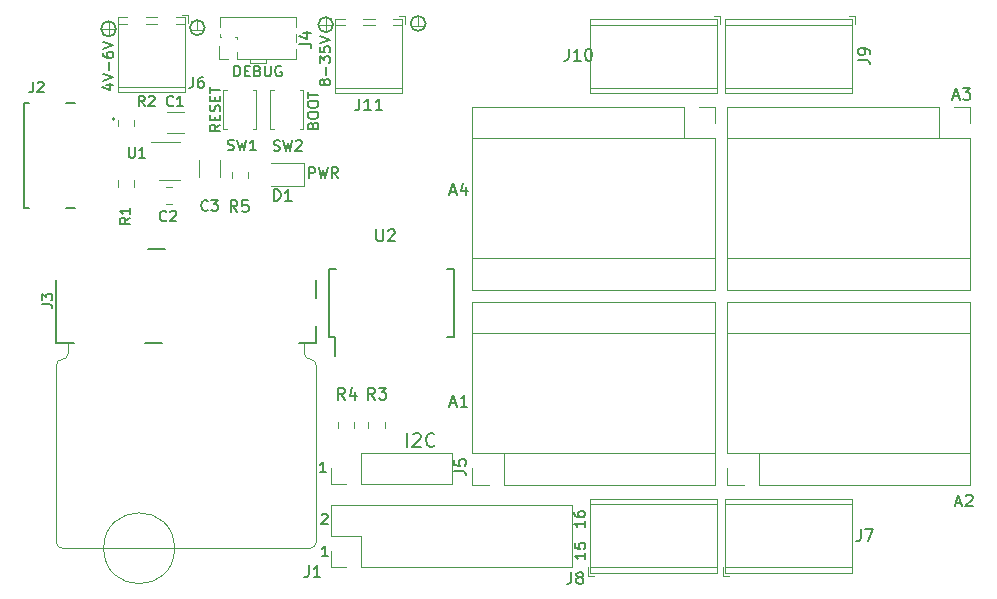
<source format=gto>
%TF.GenerationSoftware,KiCad,Pcbnew,(5.1.8)-1*%
%TF.CreationDate,2020-12-25T17:53:49+01:00*%
%TF.ProjectId,mmStep,6d6d5374-6570-42e6-9b69-6361645f7063,rev?*%
%TF.SameCoordinates,Original*%
%TF.FileFunction,Legend,Top*%
%TF.FilePolarity,Positive*%
%FSLAX46Y46*%
G04 Gerber Fmt 4.6, Leading zero omitted, Abs format (unit mm)*
G04 Created by KiCad (PCBNEW (5.1.8)-1) date 2020-12-25 17:53:49*
%MOMM*%
%LPD*%
G01*
G04 APERTURE LIST*
%ADD10C,0.152400*%
%ADD11C,0.120000*%
%ADD12C,0.127000*%
%ADD13C,0.150000*%
%ADD14C,0.200000*%
G04 APERTURE END LIST*
D10*
X25196800Y-42676233D02*
X25239133Y-42633900D01*
X25323800Y-42591566D01*
X25535466Y-42591566D01*
X25620133Y-42633900D01*
X25662466Y-42676233D01*
X25704800Y-42760900D01*
X25704800Y-42845566D01*
X25662466Y-42972566D01*
X25154466Y-43480566D01*
X25704800Y-43480566D01*
X32463014Y-36889871D02*
X32463014Y-35746871D01*
X32952871Y-35855728D02*
X33007300Y-35801300D01*
X33116157Y-35746871D01*
X33388300Y-35746871D01*
X33497157Y-35801300D01*
X33551585Y-35855728D01*
X33606014Y-35964585D01*
X33606014Y-36073442D01*
X33551585Y-36236728D01*
X32898442Y-36889871D01*
X33606014Y-36889871D01*
X34749014Y-36781014D02*
X34694585Y-36835442D01*
X34531300Y-36889871D01*
X34422442Y-36889871D01*
X34259157Y-36835442D01*
X34150300Y-36726585D01*
X34095871Y-36617728D01*
X34041442Y-36400014D01*
X34041442Y-36236728D01*
X34095871Y-36019014D01*
X34150300Y-35910157D01*
X34259157Y-35801300D01*
X34422442Y-35746871D01*
X34531300Y-35746871D01*
X34694585Y-35801300D01*
X34749014Y-35855728D01*
X25446566Y-6129866D02*
X25404233Y-6214533D01*
X25361900Y-6256866D01*
X25277233Y-6299200D01*
X25234900Y-6299200D01*
X25150233Y-6256866D01*
X25107900Y-6214533D01*
X25065566Y-6129866D01*
X25065566Y-5960533D01*
X25107900Y-5875866D01*
X25150233Y-5833533D01*
X25234900Y-5791200D01*
X25277233Y-5791200D01*
X25361900Y-5833533D01*
X25404233Y-5875866D01*
X25446566Y-5960533D01*
X25446566Y-6129866D01*
X25488900Y-6214533D01*
X25531233Y-6256866D01*
X25615900Y-6299200D01*
X25785233Y-6299200D01*
X25869900Y-6256866D01*
X25912233Y-6214533D01*
X25954566Y-6129866D01*
X25954566Y-5960533D01*
X25912233Y-5875866D01*
X25869900Y-5833533D01*
X25785233Y-5791200D01*
X25615900Y-5791200D01*
X25531233Y-5833533D01*
X25488900Y-5875866D01*
X25446566Y-5960533D01*
X25615900Y-5410200D02*
X25615900Y-4732866D01*
X25065566Y-4394200D02*
X25065566Y-3843866D01*
X25404233Y-4140200D01*
X25404233Y-4013200D01*
X25446566Y-3928533D01*
X25488900Y-3886200D01*
X25573566Y-3843866D01*
X25785233Y-3843866D01*
X25869900Y-3886200D01*
X25912233Y-3928533D01*
X25954566Y-4013200D01*
X25954566Y-4267200D01*
X25912233Y-4351866D01*
X25869900Y-4394200D01*
X25065566Y-3039533D02*
X25065566Y-3462866D01*
X25488900Y-3505200D01*
X25446566Y-3462866D01*
X25404233Y-3378200D01*
X25404233Y-3166533D01*
X25446566Y-3081866D01*
X25488900Y-3039533D01*
X25573566Y-2997200D01*
X25785233Y-2997200D01*
X25869900Y-3039533D01*
X25912233Y-3081866D01*
X25954566Y-3166533D01*
X25954566Y-3378200D01*
X25912233Y-3462866D01*
X25869900Y-3505200D01*
X25065566Y-2743200D02*
X25954566Y-2446866D01*
X25065566Y-2150533D01*
D11*
X24917400Y-1168400D02*
X26187400Y-1168400D01*
D12*
X26187400Y-1168400D02*
G75*
G03*
X26187400Y-1168400I-635000J0D01*
G01*
D11*
X25552400Y-533400D02*
X25552400Y-1778000D01*
X32766000Y-1270000D02*
X33934400Y-1270000D01*
D12*
X34010600Y-1066800D02*
G75*
G03*
X34010600Y-1066800I-635000J0D01*
G01*
D11*
X33375600Y-431800D02*
X33375600Y-1270000D01*
D10*
X25603200Y-39060966D02*
X25095200Y-39060966D01*
X25349200Y-39060966D02*
X25349200Y-38171966D01*
X25264533Y-38298966D01*
X25179866Y-38383633D01*
X25095200Y-38425966D01*
X47493766Y-43196933D02*
X47493766Y-43704933D01*
X47493766Y-43450933D02*
X46604766Y-43450933D01*
X46731766Y-43535600D01*
X46816433Y-43620266D01*
X46858766Y-43704933D01*
X46604766Y-42434933D02*
X46604766Y-42604266D01*
X46647100Y-42688933D01*
X46689433Y-42731266D01*
X46816433Y-42815933D01*
X46985766Y-42858266D01*
X47324433Y-42858266D01*
X47409100Y-42815933D01*
X47451433Y-42773600D01*
X47493766Y-42688933D01*
X47493766Y-42519600D01*
X47451433Y-42434933D01*
X47409100Y-42392600D01*
X47324433Y-42350266D01*
X47112766Y-42350266D01*
X47028100Y-42392600D01*
X46985766Y-42434933D01*
X46943433Y-42519600D01*
X46943433Y-42688933D01*
X46985766Y-42773600D01*
X47028100Y-42815933D01*
X47112766Y-42858266D01*
X47544566Y-45889333D02*
X47544566Y-46397333D01*
X47544566Y-46143333D02*
X46655566Y-46143333D01*
X46782566Y-46228000D01*
X46867233Y-46312666D01*
X46909566Y-46397333D01*
X46655566Y-45085000D02*
X46655566Y-45508333D01*
X47078900Y-45550666D01*
X47036566Y-45508333D01*
X46994233Y-45423666D01*
X46994233Y-45212000D01*
X47036566Y-45127333D01*
X47078900Y-45085000D01*
X47163566Y-45042666D01*
X47375233Y-45042666D01*
X47459900Y-45085000D01*
X47502233Y-45127333D01*
X47544566Y-45212000D01*
X47544566Y-45423666D01*
X47502233Y-45508333D01*
X47459900Y-45550666D01*
X25704800Y-46172966D02*
X25196800Y-46172966D01*
X25450800Y-46172966D02*
X25450800Y-45283966D01*
X25366133Y-45410966D01*
X25281466Y-45495633D01*
X25196800Y-45537966D01*
X24163866Y-14118166D02*
X24163866Y-13229166D01*
X24502533Y-13229166D01*
X24587200Y-13271500D01*
X24629533Y-13313833D01*
X24671866Y-13398500D01*
X24671866Y-13525500D01*
X24629533Y-13610166D01*
X24587200Y-13652500D01*
X24502533Y-13694833D01*
X24163866Y-13694833D01*
X24968200Y-13229166D02*
X25179866Y-14118166D01*
X25349200Y-13483166D01*
X25518533Y-14118166D01*
X25730200Y-13229166D01*
X26576866Y-14118166D02*
X26280533Y-13694833D01*
X26068866Y-14118166D02*
X26068866Y-13229166D01*
X26407533Y-13229166D01*
X26492200Y-13271500D01*
X26534533Y-13313833D01*
X26576866Y-13398500D01*
X26576866Y-13525500D01*
X26534533Y-13610166D01*
X26492200Y-13652500D01*
X26407533Y-13694833D01*
X26068866Y-13694833D01*
D11*
X6527800Y-1524000D02*
X7797800Y-1524000D01*
X7162800Y-889000D02*
X7162800Y-2133600D01*
D12*
X7797800Y-1524000D02*
G75*
G03*
X7797800Y-1524000I-635000J0D01*
G01*
D11*
X14681200Y-787400D02*
X14681200Y-1625600D01*
X14071600Y-1625600D02*
X15240000Y-1625600D01*
D12*
X15316200Y-1422400D02*
G75*
G03*
X15316200Y-1422400I-635000J0D01*
G01*
D10*
X24472900Y-9690100D02*
X24515233Y-9563100D01*
X24557566Y-9520766D01*
X24642233Y-9478433D01*
X24769233Y-9478433D01*
X24853900Y-9520766D01*
X24896233Y-9563100D01*
X24938566Y-9647766D01*
X24938566Y-9986433D01*
X24049566Y-9986433D01*
X24049566Y-9690100D01*
X24091900Y-9605433D01*
X24134233Y-9563100D01*
X24218900Y-9520766D01*
X24303566Y-9520766D01*
X24388233Y-9563100D01*
X24430566Y-9605433D01*
X24472900Y-9690100D01*
X24472900Y-9986433D01*
X24049566Y-8928100D02*
X24049566Y-8758766D01*
X24091900Y-8674100D01*
X24176566Y-8589433D01*
X24345900Y-8547100D01*
X24642233Y-8547100D01*
X24811566Y-8589433D01*
X24896233Y-8674100D01*
X24938566Y-8758766D01*
X24938566Y-8928100D01*
X24896233Y-9012766D01*
X24811566Y-9097433D01*
X24642233Y-9139766D01*
X24345900Y-9139766D01*
X24176566Y-9097433D01*
X24091900Y-9012766D01*
X24049566Y-8928100D01*
X24049566Y-7996766D02*
X24049566Y-7827433D01*
X24091900Y-7742766D01*
X24176566Y-7658100D01*
X24345900Y-7615766D01*
X24642233Y-7615766D01*
X24811566Y-7658100D01*
X24896233Y-7742766D01*
X24938566Y-7827433D01*
X24938566Y-7996766D01*
X24896233Y-8081433D01*
X24811566Y-8166100D01*
X24642233Y-8208433D01*
X24345900Y-8208433D01*
X24176566Y-8166100D01*
X24091900Y-8081433D01*
X24049566Y-7996766D01*
X24049566Y-7361766D02*
X24049566Y-6853766D01*
X24938566Y-7107766D02*
X24049566Y-7107766D01*
X16607366Y-9622366D02*
X16184033Y-9918699D01*
X16607366Y-10130366D02*
X15718366Y-10130366D01*
X15718366Y-9791699D01*
X15760700Y-9707033D01*
X15803033Y-9664699D01*
X15887700Y-9622366D01*
X16014700Y-9622366D01*
X16099366Y-9664699D01*
X16141700Y-9707033D01*
X16184033Y-9791699D01*
X16184033Y-10130366D01*
X16141700Y-9241366D02*
X16141700Y-8945033D01*
X16607366Y-8818033D02*
X16607366Y-9241366D01*
X15718366Y-9241366D01*
X15718366Y-8818033D01*
X16565033Y-8479366D02*
X16607366Y-8352366D01*
X16607366Y-8140700D01*
X16565033Y-8056033D01*
X16522700Y-8013700D01*
X16438033Y-7971366D01*
X16353366Y-7971366D01*
X16268700Y-8013700D01*
X16226366Y-8056033D01*
X16184033Y-8140700D01*
X16141700Y-8310033D01*
X16099366Y-8394700D01*
X16057033Y-8437033D01*
X15972366Y-8479366D01*
X15887700Y-8479366D01*
X15803033Y-8437033D01*
X15760700Y-8394700D01*
X15718366Y-8310033D01*
X15718366Y-8098366D01*
X15760700Y-7971366D01*
X16141700Y-7590366D02*
X16141700Y-7294033D01*
X16607366Y-7167033D02*
X16607366Y-7590366D01*
X15718366Y-7590366D01*
X15718366Y-7167033D01*
X15718366Y-6913033D02*
X15718366Y-6405033D01*
X16607366Y-6659033D02*
X15718366Y-6659033D01*
D11*
X20523200Y-4419600D02*
X20523200Y-4114800D01*
X19151600Y-4419600D02*
X20523200Y-4419600D01*
X19151600Y-4114800D02*
X19151600Y-4419600D01*
D10*
X6972300Y-6239933D02*
X7564966Y-6239933D01*
X6633633Y-6451600D02*
X7268633Y-6663266D01*
X7268633Y-6112933D01*
X6675966Y-5901266D02*
X7564966Y-5604933D01*
X6675966Y-5308600D01*
X7226300Y-5012266D02*
X7226300Y-4334933D01*
X6675966Y-3530600D02*
X6675966Y-3699933D01*
X6718300Y-3784600D01*
X6760633Y-3826933D01*
X6887633Y-3911600D01*
X7056966Y-3953933D01*
X7395633Y-3953933D01*
X7480300Y-3911600D01*
X7522633Y-3869266D01*
X7564966Y-3784600D01*
X7564966Y-3615266D01*
X7522633Y-3530600D01*
X7480300Y-3488266D01*
X7395633Y-3445933D01*
X7183966Y-3445933D01*
X7099300Y-3488266D01*
X7056966Y-3530600D01*
X7014633Y-3615266D01*
X7014633Y-3784600D01*
X7056966Y-3869266D01*
X7099300Y-3911600D01*
X7183966Y-3953933D01*
X6675966Y-3191933D02*
X7564966Y-2895600D01*
X6675966Y-2599266D01*
D13*
X17822333Y-5532966D02*
X17822333Y-4643966D01*
X18034000Y-4643966D01*
X18161000Y-4686300D01*
X18245666Y-4770966D01*
X18288000Y-4855633D01*
X18330333Y-5024966D01*
X18330333Y-5151966D01*
X18288000Y-5321300D01*
X18245666Y-5405966D01*
X18161000Y-5490633D01*
X18034000Y-5532966D01*
X17822333Y-5532966D01*
X18711333Y-5067300D02*
X19007666Y-5067300D01*
X19134666Y-5532966D02*
X18711333Y-5532966D01*
X18711333Y-4643966D01*
X19134666Y-4643966D01*
X19812000Y-5067300D02*
X19939000Y-5109633D01*
X19981333Y-5151966D01*
X20023666Y-5236633D01*
X20023666Y-5363633D01*
X19981333Y-5448300D01*
X19939000Y-5490633D01*
X19854333Y-5532966D01*
X19515666Y-5532966D01*
X19515666Y-4643966D01*
X19812000Y-4643966D01*
X19896666Y-4686300D01*
X19939000Y-4728633D01*
X19981333Y-4813300D01*
X19981333Y-4897966D01*
X19939000Y-4982633D01*
X19896666Y-5024966D01*
X19812000Y-5067300D01*
X19515666Y-5067300D01*
X20404666Y-4643966D02*
X20404666Y-5363633D01*
X20447000Y-5448300D01*
X20489333Y-5490633D01*
X20574000Y-5532966D01*
X20743333Y-5532966D01*
X20828000Y-5490633D01*
X20870333Y-5448300D01*
X20912666Y-5363633D01*
X20912666Y-4643966D01*
X21801666Y-4686300D02*
X21717000Y-4643966D01*
X21590000Y-4643966D01*
X21463000Y-4686300D01*
X21378333Y-4770966D01*
X21336000Y-4855633D01*
X21293666Y-5024966D01*
X21293666Y-5151966D01*
X21336000Y-5321300D01*
X21378333Y-5405966D01*
X21463000Y-5490633D01*
X21590000Y-5532966D01*
X21674666Y-5532966D01*
X21801666Y-5490633D01*
X21844000Y-5448300D01*
X21844000Y-5151966D01*
X21674666Y-5151966D01*
D11*
%TO.C,A4*%
X58550000Y-23625000D02*
X58550000Y-10795000D01*
X37970000Y-23625000D02*
X58550000Y-23625000D01*
X37970000Y-8125000D02*
X37970000Y-23625000D01*
X55880000Y-8125000D02*
X37970000Y-8125000D01*
X55880000Y-10795000D02*
X55880000Y-8125000D01*
X58550000Y-10795000D02*
X55880000Y-10795000D01*
X58550000Y-8125000D02*
X57150000Y-8125000D01*
X58550000Y-9525000D02*
X58550000Y-8125000D01*
X55880000Y-10795000D02*
X37970000Y-10795000D01*
X58550000Y-20955000D02*
X37970000Y-20955000D01*
%TO.C,A3*%
X80140000Y-23625000D02*
X80140000Y-10795000D01*
X59560000Y-23625000D02*
X80140000Y-23625000D01*
X59560000Y-8125000D02*
X59560000Y-23625000D01*
X77470000Y-8125000D02*
X59560000Y-8125000D01*
X77470000Y-10795000D02*
X77470000Y-8125000D01*
X80140000Y-10795000D02*
X77470000Y-10795000D01*
X80140000Y-8125000D02*
X78740000Y-8125000D01*
X80140000Y-9525000D02*
X80140000Y-8125000D01*
X77470000Y-10795000D02*
X59560000Y-10795000D01*
X80140000Y-20955000D02*
X59560000Y-20955000D01*
%TO.C,A1*%
X37970000Y-24635000D02*
X37970000Y-37465000D01*
X58550000Y-24635000D02*
X37970000Y-24635000D01*
X58550000Y-40135000D02*
X58550000Y-24635000D01*
X40640000Y-40135000D02*
X58550000Y-40135000D01*
X40640000Y-37465000D02*
X40640000Y-40135000D01*
X37970000Y-37465000D02*
X40640000Y-37465000D01*
X37970000Y-40135000D02*
X39370000Y-40135000D01*
X37970000Y-38735000D02*
X37970000Y-40135000D01*
X40640000Y-37465000D02*
X58550000Y-37465000D01*
X37970000Y-27305000D02*
X58550000Y-27305000D01*
%TO.C,A2*%
X59560000Y-24635000D02*
X59560000Y-37465000D01*
X80140000Y-24635000D02*
X59560000Y-24635000D01*
X80140000Y-40135000D02*
X80140000Y-24635000D01*
X62230000Y-40135000D02*
X80140000Y-40135000D01*
X62230000Y-37465000D02*
X62230000Y-40135000D01*
X59560000Y-37465000D02*
X62230000Y-37465000D01*
X59560000Y-40135000D02*
X60960000Y-40135000D01*
X59560000Y-38735000D02*
X59560000Y-40135000D01*
X62230000Y-37465000D02*
X80140000Y-37465000D01*
X59560000Y-27305000D02*
X80140000Y-27305000D01*
%TO.C,J3*%
X2753600Y-45000000D02*
X2753600Y-30000000D01*
X23753600Y-29000000D02*
X23753600Y-28100000D01*
X24753600Y-45000000D02*
X24753600Y-30000000D01*
X3253600Y-45500000D02*
X24253600Y-45500000D01*
X12753600Y-45500000D02*
G75*
G03*
X12753600Y-45500000I-3000000J0D01*
G01*
X3753600Y-29000000D02*
X3753600Y-28100000D01*
D13*
X2753600Y-28105000D02*
X2753600Y-22755000D01*
X23278600Y-28105000D02*
X24753600Y-28105000D01*
X10278600Y-28105000D02*
X11728600Y-28105000D01*
X2753600Y-28105000D02*
X4228600Y-28105000D01*
X24753600Y-24330000D02*
X24753600Y-22755000D01*
X24753600Y-28105000D02*
X24753600Y-26680000D01*
X10528600Y-20155000D02*
X11978600Y-20155000D01*
D11*
X3753600Y-29000000D02*
G75*
G02*
X3253600Y-29500000I-500000J0D01*
G01*
X2753600Y-30000000D02*
G75*
G02*
X3253600Y-29500000I500000J0D01*
G01*
X24253600Y-29500000D02*
G75*
G02*
X23753600Y-29000000I0J500000D01*
G01*
X24253600Y-29500000D02*
G75*
G02*
X24753600Y-30000000I0J-500000D01*
G01*
X3253600Y-45500000D02*
G75*
G02*
X2753600Y-45000000I0J500000D01*
G01*
X24753600Y-45000000D02*
G75*
G02*
X24253600Y-45500000I-500000J0D01*
G01*
%TO.C,R4*%
X27989600Y-35322252D02*
X27989600Y-34799748D01*
X26569600Y-35322252D02*
X26569600Y-34799748D01*
%TO.C,R3*%
X30580400Y-35322252D02*
X30580400Y-34799748D01*
X29160400Y-35322252D02*
X29160400Y-34799748D01*
%TO.C,J5*%
X25975000Y-40065000D02*
X25975000Y-38735000D01*
X27305000Y-40065000D02*
X25975000Y-40065000D01*
X28575000Y-40065000D02*
X28575000Y-37405000D01*
X28575000Y-37405000D02*
X36255000Y-37405000D01*
X28575000Y-40065000D02*
X36255000Y-40065000D01*
X36255000Y-40065000D02*
X36255000Y-37405000D01*
%TO.C,J1*%
X25975000Y-47050000D02*
X25975000Y-45720000D01*
X27305000Y-47050000D02*
X25975000Y-47050000D01*
X25975000Y-44450000D02*
X25975000Y-41850000D01*
X28575000Y-44450000D02*
X25975000Y-44450000D01*
X28575000Y-47050000D02*
X28575000Y-44450000D01*
X25975000Y-41850000D02*
X46415000Y-41850000D01*
X28575000Y-47050000D02*
X46415000Y-47050000D01*
X46415000Y-47050000D02*
X46415000Y-41850000D01*
D13*
%TO.C,U2*%
X25790000Y-27640000D02*
X26365000Y-27640000D01*
X25790000Y-21890000D02*
X26440000Y-21890000D01*
X36440000Y-21890000D02*
X35790000Y-21890000D01*
X36440000Y-27640000D02*
X35790000Y-27640000D01*
X25790000Y-27640000D02*
X25790000Y-21890000D01*
X36440000Y-27640000D02*
X36440000Y-21890000D01*
X26365000Y-27640000D02*
X26365000Y-29240000D01*
D11*
%TO.C,J11*%
X32040000Y-1210000D02*
X31270000Y-1210000D01*
X29690000Y-1210000D02*
X28730000Y-1210000D01*
X27150000Y-1210000D02*
X26380000Y-1210000D01*
X32040000Y-6510000D02*
X26380000Y-6510000D01*
X32040000Y-6970000D02*
X26380000Y-6970000D01*
X32040000Y-650000D02*
X31270000Y-650000D01*
X29690000Y-650000D02*
X28730000Y-650000D01*
X27150000Y-650000D02*
X26380000Y-650000D01*
X32040000Y-6970000D02*
X32040000Y-650000D01*
X26380000Y-6970000D02*
X26380000Y-650000D01*
X32280000Y-1150000D02*
X32280000Y-410000D01*
X32280000Y-410000D02*
X31780000Y-410000D01*
%TO.C,J9*%
X70140000Y-1210000D02*
X59400000Y-1210000D01*
X70140000Y-6510000D02*
X59400000Y-6510000D01*
X70140000Y-6970000D02*
X59400000Y-6970000D01*
X70140000Y-650000D02*
X59400000Y-650000D01*
X70140000Y-6970000D02*
X70140000Y-650000D01*
X59400000Y-6970000D02*
X59400000Y-650000D01*
X70380000Y-1150000D02*
X70380000Y-410000D01*
X70380000Y-410000D02*
X69880000Y-410000D01*
%TO.C,J10*%
X58710000Y-1210000D02*
X47970000Y-1210000D01*
X58710000Y-6510000D02*
X47970000Y-6510000D01*
X58710000Y-6970000D02*
X47970000Y-6970000D01*
X58710000Y-650000D02*
X47970000Y-650000D01*
X58710000Y-6970000D02*
X58710000Y-650000D01*
X47970000Y-6970000D02*
X47970000Y-650000D01*
X58950000Y-1150000D02*
X58950000Y-410000D01*
X58950000Y-410000D02*
X58450000Y-410000D01*
%TO.C,J8*%
X47970000Y-47050000D02*
X58710000Y-47050000D01*
X47970000Y-41750000D02*
X58710000Y-41750000D01*
X47970000Y-41290000D02*
X58710000Y-41290000D01*
X47970000Y-47610000D02*
X58710000Y-47610000D01*
X47970000Y-41290000D02*
X47970000Y-47610000D01*
X58710000Y-41290000D02*
X58710000Y-47610000D01*
X47730000Y-47110000D02*
X47730000Y-47850000D01*
X47730000Y-47850000D02*
X48230000Y-47850000D01*
%TO.C,J7*%
X59400000Y-47050000D02*
X70140000Y-47050000D01*
X59400000Y-41750000D02*
X70140000Y-41750000D01*
X59400000Y-41290000D02*
X70140000Y-41290000D01*
X59400000Y-47610000D02*
X70140000Y-47610000D01*
X59400000Y-41290000D02*
X59400000Y-47610000D01*
X70140000Y-41290000D02*
X70140000Y-47610000D01*
X59160000Y-47110000D02*
X59160000Y-47850000D01*
X59160000Y-47850000D02*
X59660000Y-47850000D01*
D12*
%TO.C,J2*%
X4295000Y-16720000D02*
X3530000Y-16720000D01*
X470000Y-16720000D02*
X50000Y-16720000D01*
X50000Y-16720000D02*
X50000Y-7780000D01*
X50000Y-7780000D02*
X470000Y-7780000D01*
X4295000Y-7780000D02*
X3530000Y-7780000D01*
D14*
X7700000Y-9150000D02*
G75*
G03*
X7700000Y-9150000I-100000J0D01*
G01*
D11*
%TO.C,R5*%
X18998000Y-13607148D02*
X18998000Y-14129652D01*
X17578000Y-13607148D02*
X17578000Y-14129652D01*
%TO.C,D1*%
X20894800Y-14828400D02*
X23754800Y-14828400D01*
X23754800Y-14828400D02*
X23754800Y-12908400D01*
X23754800Y-12908400D02*
X20894800Y-12908400D01*
%TO.C,SW2*%
X20850400Y-6732000D02*
X21150400Y-6732000D01*
X20850400Y-10032000D02*
X20850400Y-6732000D01*
X21150400Y-10032000D02*
X20850400Y-10032000D01*
X23650400Y-6732000D02*
X23350400Y-6732000D01*
X23650400Y-10032000D02*
X23650400Y-6732000D01*
X23350400Y-10032000D02*
X23650400Y-10032000D01*
%TO.C,SW1*%
X16888000Y-6708400D02*
X17188000Y-6708400D01*
X16888000Y-10008400D02*
X16888000Y-6708400D01*
X17188000Y-10008400D02*
X16888000Y-10008400D01*
X19688000Y-6708400D02*
X19388000Y-6708400D01*
X19688000Y-10008400D02*
X19688000Y-6708400D01*
X19388000Y-10008400D02*
X19688000Y-10008400D01*
%TO.C,J4*%
X16512000Y-4076400D02*
X16512000Y-2946400D01*
X17272000Y-4076400D02*
X16512000Y-4076400D01*
X16577000Y-1368870D02*
X16577000Y-546400D01*
X16577000Y-2186400D02*
X16577000Y-1983930D01*
X16708529Y-2186400D02*
X16577000Y-2186400D01*
X17978529Y-2186400D02*
X17835471Y-2186400D01*
X18032000Y-2382929D02*
X18032000Y-2239871D01*
X18032000Y-4076400D02*
X18032000Y-3509871D01*
X16577000Y-546400D02*
X23047000Y-546400D01*
X18032000Y-4076400D02*
X23047000Y-4076400D01*
X23047000Y-2638870D02*
X23047000Y-1983930D01*
X23047000Y-1368870D02*
X23047000Y-546400D01*
X23047000Y-4076400D02*
X23047000Y-3253930D01*
%TO.C,R2*%
X9360000Y-9736252D02*
X9360000Y-9213748D01*
X7940000Y-9736252D02*
X7940000Y-9213748D01*
%TO.C,R1*%
X7940000Y-14360148D02*
X7940000Y-14882652D01*
X9360000Y-14360148D02*
X9360000Y-14882652D01*
%TO.C,J6*%
X13890400Y-308400D02*
X13390400Y-308400D01*
X13890400Y-1048400D02*
X13890400Y-308400D01*
X7990400Y-6868400D02*
X7990400Y-548400D01*
X13650400Y-6868400D02*
X13650400Y-548400D01*
X8760400Y-548400D02*
X7990400Y-548400D01*
X11300400Y-548400D02*
X10340400Y-548400D01*
X13650400Y-548400D02*
X12880400Y-548400D01*
X13650400Y-6868400D02*
X7990400Y-6868400D01*
X13650400Y-6408400D02*
X7990400Y-6408400D01*
X8760400Y-1108400D02*
X7990400Y-1108400D01*
X11300400Y-1108400D02*
X10340400Y-1108400D01*
X13650400Y-1108400D02*
X12880400Y-1108400D01*
%TO.C,U1*%
X13244400Y-11074000D02*
X10794400Y-11074000D01*
X11444400Y-14294000D02*
X13244400Y-14294000D01*
%TO.C,C3*%
X14787200Y-12633148D02*
X14787200Y-14055652D01*
X16607200Y-12633148D02*
X16607200Y-14055652D01*
%TO.C,C2*%
X12554852Y-14920400D02*
X12032348Y-14920400D01*
X12554852Y-16340400D02*
X12032348Y-16340400D01*
%TO.C,C1*%
X12102648Y-10358800D02*
X13525152Y-10358800D01*
X12102648Y-8538800D02*
X13525152Y-8538800D01*
%TO.C,A4*%
D13*
X36115714Y-15305066D02*
X36591904Y-15305066D01*
X36020476Y-15590780D02*
X36353809Y-14590780D01*
X36687142Y-15590780D01*
X37449047Y-14924114D02*
X37449047Y-15590780D01*
X37210952Y-14543161D02*
X36972857Y-15257447D01*
X37591904Y-15257447D01*
%TO.C,A3*%
X78686114Y-7227866D02*
X79162304Y-7227866D01*
X78590876Y-7513580D02*
X78924209Y-6513580D01*
X79257542Y-7513580D01*
X79495638Y-6513580D02*
X80114685Y-6513580D01*
X79781352Y-6894533D01*
X79924209Y-6894533D01*
X80019447Y-6942152D01*
X80067066Y-6989771D01*
X80114685Y-7085009D01*
X80114685Y-7323104D01*
X80067066Y-7418342D01*
X80019447Y-7465961D01*
X79924209Y-7513580D01*
X79638495Y-7513580D01*
X79543257Y-7465961D01*
X79495638Y-7418342D01*
%TO.C,A1*%
X36115714Y-33237466D02*
X36591904Y-33237466D01*
X36020476Y-33523180D02*
X36353809Y-32523180D01*
X36687142Y-33523180D01*
X37544285Y-33523180D02*
X36972857Y-33523180D01*
X37258571Y-33523180D02*
X37258571Y-32523180D01*
X37163333Y-32666038D01*
X37068095Y-32761276D01*
X36972857Y-32808895D01*
%TO.C,A2*%
X78889314Y-41670266D02*
X79365504Y-41670266D01*
X78794076Y-41955980D02*
X79127409Y-40955980D01*
X79460742Y-41955980D01*
X79746457Y-41051219D02*
X79794076Y-41003600D01*
X79889314Y-40955980D01*
X80127409Y-40955980D01*
X80222647Y-41003600D01*
X80270266Y-41051219D01*
X80317885Y-41146457D01*
X80317885Y-41241695D01*
X80270266Y-41384552D01*
X79698838Y-41955980D01*
X80317885Y-41955980D01*
%TO.C,J3*%
D10*
X1494366Y-24835273D02*
X2129366Y-24835273D01*
X2256366Y-24877606D01*
X2341033Y-24962273D01*
X2383366Y-25089273D01*
X2383366Y-25173940D01*
X1494366Y-24496606D02*
X1494366Y-23946273D01*
X1833033Y-24242606D01*
X1833033Y-24115606D01*
X1875366Y-24030940D01*
X1917700Y-23988606D01*
X2002366Y-23946273D01*
X2214033Y-23946273D01*
X2298700Y-23988606D01*
X2341033Y-24030940D01*
X2383366Y-24115606D01*
X2383366Y-24369606D01*
X2341033Y-24454273D01*
X2298700Y-24496606D01*
%TO.C,R4*%
D13*
X27189133Y-32906180D02*
X26855800Y-32429990D01*
X26617704Y-32906180D02*
X26617704Y-31906180D01*
X26998657Y-31906180D01*
X27093895Y-31953800D01*
X27141514Y-32001419D01*
X27189133Y-32096657D01*
X27189133Y-32239514D01*
X27141514Y-32334752D01*
X27093895Y-32382371D01*
X26998657Y-32429990D01*
X26617704Y-32429990D01*
X28046276Y-32239514D02*
X28046276Y-32906180D01*
X27808180Y-31858561D02*
X27570085Y-32572847D01*
X28189133Y-32572847D01*
%TO.C,R3*%
X29729133Y-32906180D02*
X29395800Y-32429990D01*
X29157704Y-32906180D02*
X29157704Y-31906180D01*
X29538657Y-31906180D01*
X29633895Y-31953800D01*
X29681514Y-32001419D01*
X29729133Y-32096657D01*
X29729133Y-32239514D01*
X29681514Y-32334752D01*
X29633895Y-32382371D01*
X29538657Y-32429990D01*
X29157704Y-32429990D01*
X30062466Y-31906180D02*
X30681514Y-31906180D01*
X30348180Y-32287133D01*
X30491038Y-32287133D01*
X30586276Y-32334752D01*
X30633895Y-32382371D01*
X30681514Y-32477609D01*
X30681514Y-32715704D01*
X30633895Y-32810942D01*
X30586276Y-32858561D01*
X30491038Y-32906180D01*
X30205323Y-32906180D01*
X30110085Y-32858561D01*
X30062466Y-32810942D01*
%TO.C,J5*%
X36434780Y-38941333D02*
X37149066Y-38941333D01*
X37291923Y-38988952D01*
X37387161Y-39084190D01*
X37434780Y-39227047D01*
X37434780Y-39322285D01*
X36434780Y-37988952D02*
X36434780Y-38465142D01*
X36910971Y-38512761D01*
X36863352Y-38465142D01*
X36815733Y-38369904D01*
X36815733Y-38131809D01*
X36863352Y-38036571D01*
X36910971Y-37988952D01*
X37006209Y-37941333D01*
X37244304Y-37941333D01*
X37339542Y-37988952D01*
X37387161Y-38036571D01*
X37434780Y-38131809D01*
X37434780Y-38369904D01*
X37387161Y-38465142D01*
X37339542Y-38512761D01*
%TO.C,J1*%
X24101466Y-46950380D02*
X24101466Y-47664666D01*
X24053847Y-47807523D01*
X23958609Y-47902761D01*
X23815752Y-47950380D01*
X23720514Y-47950380D01*
X25101466Y-47950380D02*
X24530038Y-47950380D01*
X24815752Y-47950380D02*
X24815752Y-46950380D01*
X24720514Y-47093238D01*
X24625276Y-47188476D01*
X24530038Y-47236095D01*
%TO.C,U2*%
X29845095Y-18502380D02*
X29845095Y-19311904D01*
X29892714Y-19407142D01*
X29940333Y-19454761D01*
X30035571Y-19502380D01*
X30226047Y-19502380D01*
X30321285Y-19454761D01*
X30368904Y-19407142D01*
X30416523Y-19311904D01*
X30416523Y-18502380D01*
X30845095Y-18597619D02*
X30892714Y-18550000D01*
X30987952Y-18502380D01*
X31226047Y-18502380D01*
X31321285Y-18550000D01*
X31368904Y-18597619D01*
X31416523Y-18692857D01*
X31416523Y-18788095D01*
X31368904Y-18930952D01*
X30797476Y-19502380D01*
X31416523Y-19502380D01*
%TO.C,J11*%
X28400476Y-7422380D02*
X28400476Y-8136666D01*
X28352857Y-8279523D01*
X28257619Y-8374761D01*
X28114761Y-8422380D01*
X28019523Y-8422380D01*
X29400476Y-8422380D02*
X28829047Y-8422380D01*
X29114761Y-8422380D02*
X29114761Y-7422380D01*
X29019523Y-7565238D01*
X28924285Y-7660476D01*
X28829047Y-7708095D01*
X30352857Y-8422380D02*
X29781428Y-8422380D01*
X30067142Y-8422380D02*
X30067142Y-7422380D01*
X29971904Y-7565238D01*
X29876666Y-7660476D01*
X29781428Y-7708095D01*
%TO.C,J9*%
X70623180Y-4143333D02*
X71337466Y-4143333D01*
X71480323Y-4190952D01*
X71575561Y-4286190D01*
X71623180Y-4429047D01*
X71623180Y-4524285D01*
X71623180Y-3619523D02*
X71623180Y-3429047D01*
X71575561Y-3333809D01*
X71527942Y-3286190D01*
X71385085Y-3190952D01*
X71194609Y-3143333D01*
X70813657Y-3143333D01*
X70718419Y-3190952D01*
X70670800Y-3238571D01*
X70623180Y-3333809D01*
X70623180Y-3524285D01*
X70670800Y-3619523D01*
X70718419Y-3667142D01*
X70813657Y-3714761D01*
X71051752Y-3714761D01*
X71146990Y-3667142D01*
X71194609Y-3619523D01*
X71242228Y-3524285D01*
X71242228Y-3333809D01*
X71194609Y-3238571D01*
X71146990Y-3190952D01*
X71051752Y-3143333D01*
%TO.C,J10*%
X46129676Y-3211580D02*
X46129676Y-3925866D01*
X46082057Y-4068723D01*
X45986819Y-4163961D01*
X45843961Y-4211580D01*
X45748723Y-4211580D01*
X47129676Y-4211580D02*
X46558247Y-4211580D01*
X46843961Y-4211580D02*
X46843961Y-3211580D01*
X46748723Y-3354438D01*
X46653485Y-3449676D01*
X46558247Y-3497295D01*
X47748723Y-3211580D02*
X47843961Y-3211580D01*
X47939200Y-3259200D01*
X47986819Y-3306819D01*
X48034438Y-3402057D01*
X48082057Y-3592533D01*
X48082057Y-3830628D01*
X48034438Y-4021104D01*
X47986819Y-4116342D01*
X47939200Y-4163961D01*
X47843961Y-4211580D01*
X47748723Y-4211580D01*
X47653485Y-4163961D01*
X47605866Y-4116342D01*
X47558247Y-4021104D01*
X47510628Y-3830628D01*
X47510628Y-3592533D01*
X47558247Y-3402057D01*
X47605866Y-3306819D01*
X47653485Y-3259200D01*
X47748723Y-3211580D01*
%TO.C,J8*%
X46351866Y-47509180D02*
X46351866Y-48223466D01*
X46304247Y-48366323D01*
X46209009Y-48461561D01*
X46066152Y-48509180D01*
X45970914Y-48509180D01*
X46970914Y-47937752D02*
X46875676Y-47890133D01*
X46828057Y-47842514D01*
X46780438Y-47747276D01*
X46780438Y-47699657D01*
X46828057Y-47604419D01*
X46875676Y-47556800D01*
X46970914Y-47509180D01*
X47161390Y-47509180D01*
X47256628Y-47556800D01*
X47304247Y-47604419D01*
X47351866Y-47699657D01*
X47351866Y-47747276D01*
X47304247Y-47842514D01*
X47256628Y-47890133D01*
X47161390Y-47937752D01*
X46970914Y-47937752D01*
X46875676Y-47985371D01*
X46828057Y-48032990D01*
X46780438Y-48128228D01*
X46780438Y-48318704D01*
X46828057Y-48413942D01*
X46875676Y-48461561D01*
X46970914Y-48509180D01*
X47161390Y-48509180D01*
X47256628Y-48461561D01*
X47304247Y-48413942D01*
X47351866Y-48318704D01*
X47351866Y-48128228D01*
X47304247Y-48032990D01*
X47256628Y-47985371D01*
X47161390Y-47937752D01*
%TO.C,J7*%
X70837466Y-43902380D02*
X70837466Y-44616666D01*
X70789847Y-44759523D01*
X70694609Y-44854761D01*
X70551752Y-44902380D01*
X70456514Y-44902380D01*
X71218419Y-43902380D02*
X71885085Y-43902380D01*
X71456514Y-44902380D01*
%TO.C,J2*%
D10*
X770466Y-6015566D02*
X770466Y-6650566D01*
X728133Y-6777566D01*
X643466Y-6862233D01*
X516466Y-6904566D01*
X431800Y-6904566D01*
X1151466Y-6100233D02*
X1193800Y-6057900D01*
X1278466Y-6015566D01*
X1490133Y-6015566D01*
X1574800Y-6057900D01*
X1617133Y-6100233D01*
X1659466Y-6184900D01*
X1659466Y-6269566D01*
X1617133Y-6396566D01*
X1109133Y-6904566D01*
X1659466Y-6904566D01*
%TO.C,R5*%
D13*
X18070533Y-17013180D02*
X17737200Y-16536990D01*
X17499104Y-17013180D02*
X17499104Y-16013180D01*
X17880057Y-16013180D01*
X17975295Y-16060800D01*
X18022914Y-16108419D01*
X18070533Y-16203657D01*
X18070533Y-16346514D01*
X18022914Y-16441752D01*
X17975295Y-16489371D01*
X17880057Y-16536990D01*
X17499104Y-16536990D01*
X18975295Y-16013180D02*
X18499104Y-16013180D01*
X18451485Y-16489371D01*
X18499104Y-16441752D01*
X18594342Y-16394133D01*
X18832438Y-16394133D01*
X18927676Y-16441752D01*
X18975295Y-16489371D01*
X19022914Y-16584609D01*
X19022914Y-16822704D01*
X18975295Y-16917942D01*
X18927676Y-16965561D01*
X18832438Y-17013180D01*
X18594342Y-17013180D01*
X18499104Y-16965561D01*
X18451485Y-16917942D01*
%TO.C,D1*%
X21156704Y-16098780D02*
X21156704Y-15098780D01*
X21394800Y-15098780D01*
X21537657Y-15146400D01*
X21632895Y-15241638D01*
X21680514Y-15336876D01*
X21728133Y-15527352D01*
X21728133Y-15670209D01*
X21680514Y-15860685D01*
X21632895Y-15955923D01*
X21537657Y-16051161D01*
X21394800Y-16098780D01*
X21156704Y-16098780D01*
X22680514Y-16098780D02*
X22109085Y-16098780D01*
X22394800Y-16098780D02*
X22394800Y-15098780D01*
X22299561Y-15241638D01*
X22204323Y-15336876D01*
X22109085Y-15384495D01*
%TO.C,SW2*%
D10*
X21166666Y-11789833D02*
X21293666Y-11832166D01*
X21505333Y-11832166D01*
X21590000Y-11789833D01*
X21632333Y-11747500D01*
X21674666Y-11662833D01*
X21674666Y-11578166D01*
X21632333Y-11493500D01*
X21590000Y-11451166D01*
X21505333Y-11408833D01*
X21336000Y-11366500D01*
X21251333Y-11324166D01*
X21209000Y-11281833D01*
X21166666Y-11197166D01*
X21166666Y-11112500D01*
X21209000Y-11027833D01*
X21251333Y-10985500D01*
X21336000Y-10943166D01*
X21547666Y-10943166D01*
X21674666Y-10985500D01*
X21971000Y-10943166D02*
X22182666Y-11832166D01*
X22352000Y-11197166D01*
X22521333Y-11832166D01*
X22733000Y-10943166D01*
X23029333Y-11027833D02*
X23071666Y-10985500D01*
X23156333Y-10943166D01*
X23368000Y-10943166D01*
X23452666Y-10985500D01*
X23495000Y-11027833D01*
X23537333Y-11112500D01*
X23537333Y-11197166D01*
X23495000Y-11324166D01*
X22987000Y-11832166D01*
X23537333Y-11832166D01*
%TO.C,SW1*%
X17255066Y-11739033D02*
X17382066Y-11781366D01*
X17593733Y-11781366D01*
X17678400Y-11739033D01*
X17720733Y-11696700D01*
X17763066Y-11612033D01*
X17763066Y-11527366D01*
X17720733Y-11442700D01*
X17678400Y-11400366D01*
X17593733Y-11358033D01*
X17424400Y-11315700D01*
X17339733Y-11273366D01*
X17297400Y-11231033D01*
X17255066Y-11146366D01*
X17255066Y-11061700D01*
X17297400Y-10977033D01*
X17339733Y-10934700D01*
X17424400Y-10892366D01*
X17636066Y-10892366D01*
X17763066Y-10934700D01*
X18059400Y-10892366D02*
X18271066Y-11781366D01*
X18440400Y-11146366D01*
X18609733Y-11781366D01*
X18821400Y-10892366D01*
X19625733Y-11781366D02*
X19117733Y-11781366D01*
X19371733Y-11781366D02*
X19371733Y-10892366D01*
X19287066Y-11019366D01*
X19202400Y-11104033D01*
X19117733Y-11146366D01*
%TO.C,J4*%
D13*
X23328380Y-2771733D02*
X24042666Y-2771733D01*
X24185523Y-2819352D01*
X24280761Y-2914590D01*
X24328380Y-3057447D01*
X24328380Y-3152685D01*
X23661714Y-1866971D02*
X24328380Y-1866971D01*
X23280761Y-2105066D02*
X23995047Y-2343161D01*
X23995047Y-1724114D01*
%TO.C,R2*%
D10*
X10215033Y-8072966D02*
X9918700Y-7649633D01*
X9707033Y-8072966D02*
X9707033Y-7183966D01*
X10045700Y-7183966D01*
X10130366Y-7226300D01*
X10172700Y-7268633D01*
X10215033Y-7353300D01*
X10215033Y-7480300D01*
X10172700Y-7564966D01*
X10130366Y-7607300D01*
X10045700Y-7649633D01*
X9707033Y-7649633D01*
X10553700Y-7268633D02*
X10596033Y-7226300D01*
X10680700Y-7183966D01*
X10892366Y-7183966D01*
X10977033Y-7226300D01*
X11019366Y-7268633D01*
X11061700Y-7353300D01*
X11061700Y-7437966D01*
X11019366Y-7564966D01*
X10511366Y-8072966D01*
X11061700Y-8072966D01*
%TO.C,R1*%
X8987366Y-17521766D02*
X8564033Y-17818100D01*
X8987366Y-18029766D02*
X8098366Y-18029766D01*
X8098366Y-17691100D01*
X8140700Y-17606433D01*
X8183033Y-17564100D01*
X8267700Y-17521766D01*
X8394700Y-17521766D01*
X8479366Y-17564100D01*
X8521700Y-17606433D01*
X8564033Y-17691100D01*
X8564033Y-18029766D01*
X8987366Y-16675100D02*
X8987366Y-17183100D01*
X8987366Y-16929100D02*
X8098366Y-16929100D01*
X8225366Y-17013766D01*
X8310033Y-17098433D01*
X8352366Y-17183100D01*
%TO.C,J6*%
X14334066Y-5609166D02*
X14334066Y-6244166D01*
X14291733Y-6371166D01*
X14207066Y-6455833D01*
X14080066Y-6498166D01*
X13995400Y-6498166D01*
X15138400Y-5609166D02*
X14969066Y-5609166D01*
X14884400Y-5651500D01*
X14842066Y-5693833D01*
X14757400Y-5820833D01*
X14715066Y-5990166D01*
X14715066Y-6328833D01*
X14757400Y-6413500D01*
X14799733Y-6455833D01*
X14884400Y-6498166D01*
X15053733Y-6498166D01*
X15138400Y-6455833D01*
X15180733Y-6413500D01*
X15223066Y-6328833D01*
X15223066Y-6117166D01*
X15180733Y-6032500D01*
X15138400Y-5990166D01*
X15053733Y-5947833D01*
X14884400Y-5947833D01*
X14799733Y-5990166D01*
X14757400Y-6032500D01*
X14715066Y-6117166D01*
%TO.C,U1*%
X8873066Y-11552766D02*
X8873066Y-12272433D01*
X8915400Y-12357100D01*
X8957733Y-12399433D01*
X9042400Y-12441766D01*
X9211733Y-12441766D01*
X9296400Y-12399433D01*
X9338733Y-12357100D01*
X9381066Y-12272433D01*
X9381066Y-11552766D01*
X10270066Y-12441766D02*
X9762066Y-12441766D01*
X10016066Y-12441766D02*
X10016066Y-11552766D01*
X9931400Y-11679766D01*
X9846733Y-11764433D01*
X9762066Y-11806766D01*
%TO.C,C3*%
X15549033Y-16827500D02*
X15506700Y-16869833D01*
X15379700Y-16912166D01*
X15295033Y-16912166D01*
X15168033Y-16869833D01*
X15083366Y-16785166D01*
X15041033Y-16700500D01*
X14998700Y-16531166D01*
X14998700Y-16404166D01*
X15041033Y-16234833D01*
X15083366Y-16150166D01*
X15168033Y-16065500D01*
X15295033Y-16023166D01*
X15379700Y-16023166D01*
X15506700Y-16065500D01*
X15549033Y-16107833D01*
X15845366Y-16023166D02*
X16395700Y-16023166D01*
X16099366Y-16361833D01*
X16226366Y-16361833D01*
X16311033Y-16404166D01*
X16353366Y-16446500D01*
X16395700Y-16531166D01*
X16395700Y-16742833D01*
X16353366Y-16827500D01*
X16311033Y-16869833D01*
X16226366Y-16912166D01*
X15972366Y-16912166D01*
X15887700Y-16869833D01*
X15845366Y-16827500D01*
%TO.C,C2*%
X12043833Y-17725900D02*
X12001500Y-17768233D01*
X11874500Y-17810566D01*
X11789833Y-17810566D01*
X11662833Y-17768233D01*
X11578166Y-17683566D01*
X11535833Y-17598900D01*
X11493500Y-17429566D01*
X11493500Y-17302566D01*
X11535833Y-17133233D01*
X11578166Y-17048566D01*
X11662833Y-16963900D01*
X11789833Y-16921566D01*
X11874500Y-16921566D01*
X12001500Y-16963900D01*
X12043833Y-17006233D01*
X12382500Y-17006233D02*
X12424833Y-16963900D01*
X12509500Y-16921566D01*
X12721166Y-16921566D01*
X12805833Y-16963900D01*
X12848166Y-17006233D01*
X12890500Y-17090900D01*
X12890500Y-17175566D01*
X12848166Y-17302566D01*
X12340166Y-17810566D01*
X12890500Y-17810566D01*
%TO.C,C1*%
X12653433Y-7988300D02*
X12611100Y-8030633D01*
X12484100Y-8072966D01*
X12399433Y-8072966D01*
X12272433Y-8030633D01*
X12187766Y-7945966D01*
X12145433Y-7861300D01*
X12103100Y-7691966D01*
X12103100Y-7564966D01*
X12145433Y-7395633D01*
X12187766Y-7310966D01*
X12272433Y-7226300D01*
X12399433Y-7183966D01*
X12484100Y-7183966D01*
X12611100Y-7226300D01*
X12653433Y-7268633D01*
X13500100Y-8072966D02*
X12992100Y-8072966D01*
X13246100Y-8072966D02*
X13246100Y-7183966D01*
X13161433Y-7310966D01*
X13076766Y-7395633D01*
X12992100Y-7437966D01*
%TD*%
M02*

</source>
